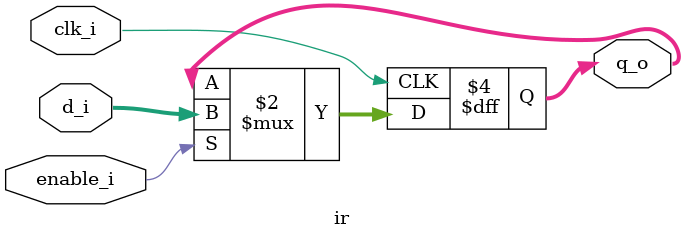
<source format=v>
module ir (
    input  wire        clk_i,
    input  wire        enable_i,
    input  wire [31:0] d_i,
    output reg  [31:0] q_o
);
    // Output sequential logic
    always @(posedge clk_i) begin
        if (enable_i) begin
            q_o <= d_i;
        end
    end
endmodule

</source>
